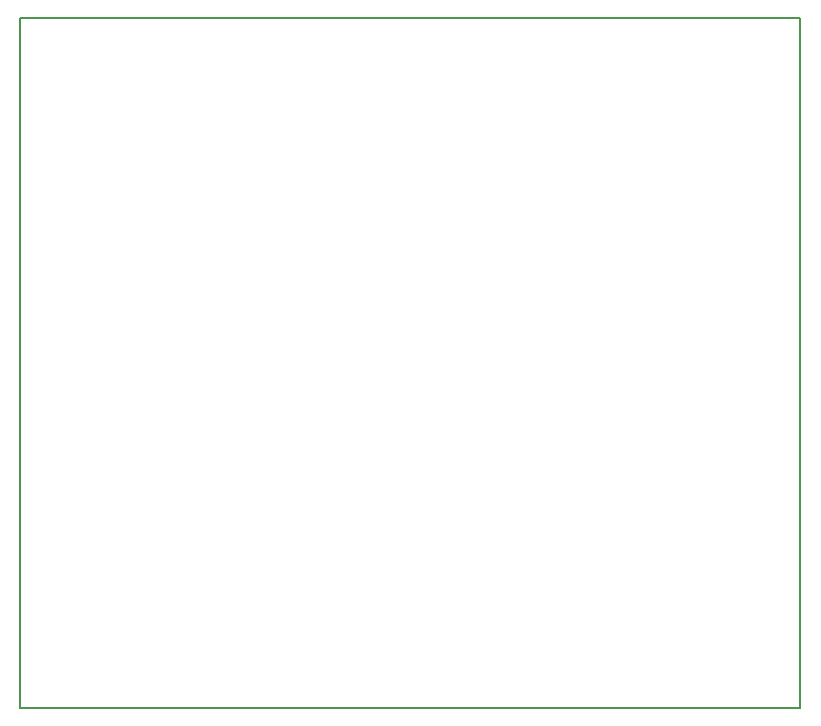
<source format=gbr>
G04 #@! TF.FileFunction,Profile,NP*
%FSLAX46Y46*%
G04 Gerber Fmt 4.6, Leading zero omitted, Abs format (unit mm)*
G04 Created by KiCad (PCBNEW 4.0.5) date 04/19/18 13:19:11*
%MOMM*%
%LPD*%
G01*
G04 APERTURE LIST*
%ADD10C,0.100000*%
%ADD11C,0.150000*%
G04 APERTURE END LIST*
D10*
D11*
X114300000Y-71120000D02*
X114300000Y-129540000D01*
X180340000Y-71120000D02*
X114300000Y-71120000D01*
X180340000Y-129540000D02*
X180340000Y-71120000D01*
X114300000Y-129540000D02*
X180340000Y-129540000D01*
M02*

</source>
